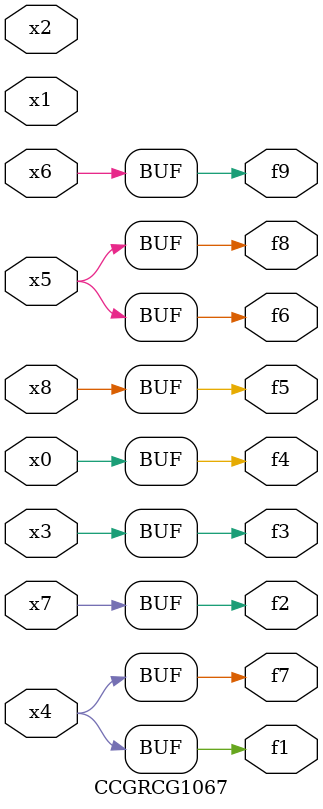
<source format=v>
module CCGRCG1067(
	input x0, x1, x2, x3, x4, x5, x6, x7, x8,
	output f1, f2, f3, f4, f5, f6, f7, f8, f9
);
	assign f1 = x4;
	assign f2 = x7;
	assign f3 = x3;
	assign f4 = x0;
	assign f5 = x8;
	assign f6 = x5;
	assign f7 = x4;
	assign f8 = x5;
	assign f9 = x6;
endmodule

</source>
